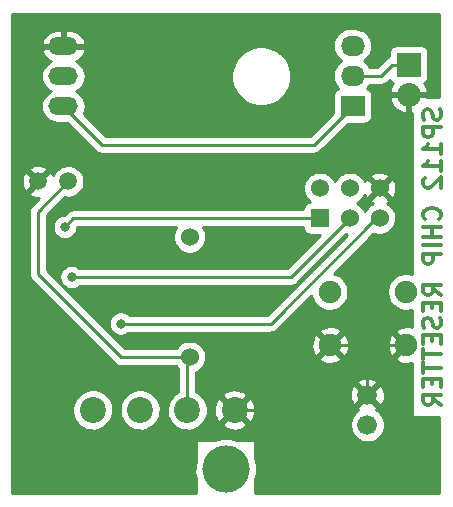
<source format=gbr>
G04 #@! TF.GenerationSoftware,KiCad,Pcbnew,(2017-09-19 revision dddaa7e69)-makepkg*
G04 #@! TF.CreationDate,2017-11-10T01:58:25+01:00*
G04 #@! TF.ProjectId,RICOH_SP112_TONER_CHIP_RESETTER,5249434F485F53503131325F544F4E45,1*
G04 #@! TF.SameCoordinates,Original*
G04 #@! TF.FileFunction,Copper,L2,Bot,Signal*
G04 #@! TF.FilePolarity,Positive*
%FSLAX46Y46*%
G04 Gerber Fmt 4.6, Leading zero omitted, Abs format (unit mm)*
G04 Created by KiCad (PCBNEW (2017-09-19 revision dddaa7e69)-makepkg) date 11/10/17 01:58:25*
%MOMM*%
%LPD*%
G01*
G04 APERTURE LIST*
%ADD10C,0.300000*%
%ADD11C,1.905000*%
%ADD12C,1.501140*%
%ADD13R,1.524000X1.524000*%
%ADD14C,1.524000*%
%ADD15C,1.676400*%
%ADD16R,2.032000X2.032000*%
%ADD17O,2.032000X2.032000*%
%ADD18R,2.032000X1.727200*%
%ADD19O,2.032000X1.727200*%
%ADD20O,2.499360X1.501140*%
%ADD21C,4.000000*%
%ADD22C,2.200000*%
%ADD23C,0.800000*%
%ADD24C,0.250000*%
%ADD25C,0.254000*%
%ADD26C,0.256000*%
G04 APERTURE END LIST*
D10*
X170407142Y-92300000D02*
X170478571Y-92514285D01*
X170478571Y-92871428D01*
X170407142Y-93014285D01*
X170335714Y-93085714D01*
X170192857Y-93157142D01*
X170050000Y-93157142D01*
X169907142Y-93085714D01*
X169835714Y-93014285D01*
X169764285Y-92871428D01*
X169692857Y-92585714D01*
X169621428Y-92442857D01*
X169550000Y-92371428D01*
X169407142Y-92300000D01*
X169264285Y-92300000D01*
X169121428Y-92371428D01*
X169050000Y-92442857D01*
X168978571Y-92585714D01*
X168978571Y-92942857D01*
X169050000Y-93157142D01*
X170478571Y-93800000D02*
X168978571Y-93800000D01*
X168978571Y-94371428D01*
X169050000Y-94514285D01*
X169121428Y-94585714D01*
X169264285Y-94657142D01*
X169478571Y-94657142D01*
X169621428Y-94585714D01*
X169692857Y-94514285D01*
X169764285Y-94371428D01*
X169764285Y-93800000D01*
X170478571Y-96085714D02*
X170478571Y-95228571D01*
X170478571Y-95657142D02*
X168978571Y-95657142D01*
X169192857Y-95514285D01*
X169335714Y-95371428D01*
X169407142Y-95228571D01*
X170478571Y-97514285D02*
X170478571Y-96657142D01*
X170478571Y-97085714D02*
X168978571Y-97085714D01*
X169192857Y-96942857D01*
X169335714Y-96800000D01*
X169407142Y-96657142D01*
X169121428Y-98085714D02*
X169050000Y-98157142D01*
X168978571Y-98300000D01*
X168978571Y-98657142D01*
X169050000Y-98800000D01*
X169121428Y-98871428D01*
X169264285Y-98942857D01*
X169407142Y-98942857D01*
X169621428Y-98871428D01*
X170478571Y-98014285D01*
X170478571Y-98942857D01*
X170335714Y-101585714D02*
X170407142Y-101514285D01*
X170478571Y-101300000D01*
X170478571Y-101157142D01*
X170407142Y-100942857D01*
X170264285Y-100800000D01*
X170121428Y-100728571D01*
X169835714Y-100657142D01*
X169621428Y-100657142D01*
X169335714Y-100728571D01*
X169192857Y-100800000D01*
X169050000Y-100942857D01*
X168978571Y-101157142D01*
X168978571Y-101300000D01*
X169050000Y-101514285D01*
X169121428Y-101585714D01*
X170478571Y-102228571D02*
X168978571Y-102228571D01*
X169692857Y-102228571D02*
X169692857Y-103085714D01*
X170478571Y-103085714D02*
X168978571Y-103085714D01*
X170478571Y-103800000D02*
X168978571Y-103800000D01*
X170478571Y-104514285D02*
X168978571Y-104514285D01*
X168978571Y-105085714D01*
X169050000Y-105228571D01*
X169121428Y-105300000D01*
X169264285Y-105371428D01*
X169478571Y-105371428D01*
X169621428Y-105300000D01*
X169692857Y-105228571D01*
X169764285Y-105085714D01*
X169764285Y-104514285D01*
X170478571Y-108014285D02*
X169764285Y-107514285D01*
X170478571Y-107157142D02*
X168978571Y-107157142D01*
X168978571Y-107728571D01*
X169050000Y-107871428D01*
X169121428Y-107942857D01*
X169264285Y-108014285D01*
X169478571Y-108014285D01*
X169621428Y-107942857D01*
X169692857Y-107871428D01*
X169764285Y-107728571D01*
X169764285Y-107157142D01*
X169692857Y-108657142D02*
X169692857Y-109157142D01*
X170478571Y-109371428D02*
X170478571Y-108657142D01*
X168978571Y-108657142D01*
X168978571Y-109371428D01*
X170407142Y-109942857D02*
X170478571Y-110157142D01*
X170478571Y-110514285D01*
X170407142Y-110657142D01*
X170335714Y-110728571D01*
X170192857Y-110800000D01*
X170050000Y-110800000D01*
X169907142Y-110728571D01*
X169835714Y-110657142D01*
X169764285Y-110514285D01*
X169692857Y-110228571D01*
X169621428Y-110085714D01*
X169550000Y-110014285D01*
X169407142Y-109942857D01*
X169264285Y-109942857D01*
X169121428Y-110014285D01*
X169050000Y-110085714D01*
X168978571Y-110228571D01*
X168978571Y-110585714D01*
X169050000Y-110800000D01*
X169692857Y-111442857D02*
X169692857Y-111942857D01*
X170478571Y-112157142D02*
X170478571Y-111442857D01*
X168978571Y-111442857D01*
X168978571Y-112157142D01*
X168978571Y-112585714D02*
X168978571Y-113442857D01*
X170478571Y-113014285D02*
X168978571Y-113014285D01*
X168978571Y-113728571D02*
X168978571Y-114585714D01*
X170478571Y-114157142D02*
X168978571Y-114157142D01*
X169692857Y-115085714D02*
X169692857Y-115585714D01*
X170478571Y-115800000D02*
X170478571Y-115085714D01*
X168978571Y-115085714D01*
X168978571Y-115800000D01*
X170478571Y-117300000D02*
X169764285Y-116800000D01*
X170478571Y-116442857D02*
X168978571Y-116442857D01*
X168978571Y-117014285D01*
X169050000Y-117157142D01*
X169121428Y-117228571D01*
X169264285Y-117300000D01*
X169478571Y-117300000D01*
X169621428Y-117228571D01*
X169692857Y-117157142D01*
X169764285Y-117014285D01*
X169764285Y-116442857D01*
D11*
X167498660Y-107752100D03*
X161052140Y-107752100D03*
X167549460Y-112247900D03*
X161100400Y-112247900D03*
D12*
X136360000Y-98400000D03*
X138900000Y-98400000D03*
D13*
X160210000Y-101520000D03*
D14*
X160210000Y-98980000D03*
X162750000Y-101520000D03*
X162750000Y-98980000D03*
X165290000Y-101520000D03*
X165290000Y-98980000D03*
D15*
X164250000Y-119020000D03*
X164250000Y-116480000D03*
D14*
X149200000Y-113280000D03*
X149200000Y-103120000D03*
D16*
X167750000Y-88500000D03*
D17*
X167750000Y-91040000D03*
D18*
X163000000Y-92000000D03*
D19*
X163000000Y-89460000D03*
X163000000Y-86920000D03*
D20*
X138500000Y-89500000D03*
X138500000Y-86960000D03*
X138500000Y-92040000D03*
D21*
X152250000Y-122750000D03*
D22*
X141000000Y-117750000D03*
X145000000Y-117750000D03*
X149000000Y-117750000D03*
X153000000Y-117750000D03*
D23*
X138633800Y-102250500D03*
X139200000Y-106500000D03*
X143369000Y-110433400D03*
D24*
X135400000Y-88560320D02*
X135400000Y-97440000D01*
X135400000Y-97440000D02*
X136360000Y-98400000D01*
X138500000Y-86960000D02*
X137000320Y-86960000D01*
X137000320Y-86960000D02*
X135400000Y-88560320D01*
D25*
X165900000Y-112247900D02*
X165900000Y-103668800D01*
X166700000Y-100390000D02*
X165290000Y-98980000D01*
X166700000Y-100390000D02*
X166700000Y-102868800D01*
X165900000Y-103668800D02*
X166700000Y-102868800D01*
X167750000Y-91040000D02*
X167750000Y-96520000D01*
X167750000Y-96520000D02*
X165290000Y-98980000D01*
X166097100Y-112247900D02*
X167549500Y-112247900D01*
X155598300Y-117750000D02*
X161100400Y-112247900D01*
X153000000Y-117750000D02*
X155598300Y-117750000D01*
X164250000Y-112247900D02*
X164250000Y-116480000D01*
X161100400Y-112247900D02*
X164250000Y-112247900D01*
X164250000Y-112247900D02*
X165900000Y-112247900D01*
X165900000Y-112247900D02*
X166097100Y-112247900D01*
D24*
X136350000Y-106250000D02*
X136350000Y-100950000D01*
X136350000Y-100950000D02*
X138900000Y-98400000D01*
D25*
X136350000Y-106250000D02*
X143380000Y-113280000D01*
X143380000Y-113280000D02*
X149000000Y-113280000D01*
X138500000Y-89500000D02*
X138500000Y-89624600D01*
X149000000Y-117750000D02*
X149000000Y-113280000D01*
X149000000Y-113280000D02*
X149200000Y-113280000D01*
X138500000Y-92040000D02*
X141760000Y-95300000D01*
X159700000Y-95300000D02*
X163000000Y-92000000D01*
X141760000Y-95300000D02*
X159700000Y-95300000D01*
X160210000Y-101520000D02*
X159066700Y-101520000D01*
X139364300Y-101520000D02*
X138633800Y-102250500D01*
X159066700Y-101520000D02*
X139364300Y-101520000D01*
X157770000Y-106500000D02*
X139828617Y-106500000D01*
X162750000Y-101520000D02*
X157770000Y-106500000D01*
X139828617Y-106500000D02*
X139200000Y-106500000D01*
X143369000Y-110433400D02*
X156066600Y-110433400D01*
X156066600Y-110433400D02*
X165135000Y-101365000D01*
X165392700Y-89460000D02*
X166352700Y-88500000D01*
X163000000Y-89460000D02*
X165392700Y-89460000D01*
X167750000Y-88500000D02*
X166352700Y-88500000D01*
D26*
G36*
X170314000Y-91228285D02*
X169266740Y-91228285D01*
X169237674Y-91166000D01*
X167876000Y-91166000D01*
X167876000Y-92528192D01*
X168009000Y-92589991D01*
X168009000Y-106243413D01*
X167970665Y-106227298D01*
X167665507Y-106164658D01*
X167353994Y-106162483D01*
X167047991Y-106220856D01*
X166759153Y-106337554D01*
X166498484Y-106508132D01*
X166275911Y-106726091D01*
X166099912Y-106983132D01*
X165977190Y-107269461D01*
X165912422Y-107574175D01*
X165908072Y-107885665D01*
X165964308Y-108192068D01*
X166078986Y-108481713D01*
X166247739Y-108743567D01*
X166464140Y-108967657D01*
X166719945Y-109145446D01*
X167005411Y-109270163D01*
X167309665Y-109337058D01*
X167621118Y-109343582D01*
X167927906Y-109289487D01*
X168009000Y-109258033D01*
X168009000Y-110726093D01*
X167798401Y-110671246D01*
X167486028Y-110652975D01*
X167176092Y-110695996D01*
X166880505Y-110798656D01*
X166716109Y-110886527D01*
X166626225Y-111146474D01*
X167549460Y-112069709D01*
X167563602Y-112055567D01*
X167741793Y-112233758D01*
X167727651Y-112247900D01*
X167741793Y-112262042D01*
X167563602Y-112440233D01*
X167549460Y-112426091D01*
X166626225Y-113349326D01*
X166716109Y-113609273D01*
X166997712Y-113745693D01*
X167300519Y-113824554D01*
X167612892Y-113842825D01*
X167922828Y-113799804D01*
X168009000Y-113769876D01*
X168009000Y-118371714D01*
X170314000Y-118371714D01*
X170314000Y-124814000D01*
X154728000Y-124814000D01*
X154728000Y-123665450D01*
X154763339Y-123586077D01*
X154877868Y-123081977D01*
X154886113Y-122491527D01*
X154785704Y-121984426D01*
X154728000Y-121844426D01*
X154728000Y-120400000D01*
X154718257Y-120351017D01*
X154690510Y-120309490D01*
X154648983Y-120281743D01*
X154600000Y-120272000D01*
X153157668Y-120272000D01*
X153033258Y-120219703D01*
X152526870Y-120115756D01*
X152009937Y-120112147D01*
X151502147Y-120209013D01*
X151346249Y-120272000D01*
X149900000Y-120272000D01*
X149851017Y-120281743D01*
X149809490Y-120309490D01*
X149781743Y-120351017D01*
X149772000Y-120400000D01*
X149772000Y-121839979D01*
X149725232Y-121949097D01*
X149617753Y-122454746D01*
X149610536Y-122971642D01*
X149703854Y-123480096D01*
X149772000Y-123652213D01*
X149772000Y-124814000D01*
X134186000Y-124814000D01*
X134186000Y-117895968D01*
X139261718Y-117895968D01*
X139323175Y-118230822D01*
X139448502Y-118547362D01*
X139632925Y-118833530D01*
X139869420Y-119078427D01*
X140148978Y-119272725D01*
X140460951Y-119409023D01*
X140793456Y-119482129D01*
X141133829Y-119489259D01*
X141469104Y-119430141D01*
X141786511Y-119307027D01*
X142073960Y-119124606D01*
X142320502Y-118889827D01*
X142516747Y-118611632D01*
X142655219Y-118300618D01*
X142730645Y-117968631D01*
X142731659Y-117895968D01*
X143261718Y-117895968D01*
X143323175Y-118230822D01*
X143448502Y-118547362D01*
X143632925Y-118833530D01*
X143869420Y-119078427D01*
X144148978Y-119272725D01*
X144460951Y-119409023D01*
X144793456Y-119482129D01*
X145133829Y-119489259D01*
X145469104Y-119430141D01*
X145786511Y-119307027D01*
X146073960Y-119124606D01*
X146320502Y-118889827D01*
X146516747Y-118611632D01*
X146655219Y-118300618D01*
X146730645Y-117968631D01*
X146736075Y-117579776D01*
X146669948Y-117245813D01*
X146540214Y-116931054D01*
X146351813Y-116647488D01*
X146111922Y-116405917D01*
X145829679Y-116215541D01*
X145515833Y-116083612D01*
X145182339Y-116015156D01*
X144841901Y-116012779D01*
X144507484Y-116076573D01*
X144191826Y-116204106D01*
X143906952Y-116390523D01*
X143663712Y-116628721D01*
X143471371Y-116909629D01*
X143337254Y-117222546D01*
X143266471Y-117555554D01*
X143261718Y-117895968D01*
X142731659Y-117895968D01*
X142736075Y-117579776D01*
X142669948Y-117245813D01*
X142540214Y-116931054D01*
X142351813Y-116647488D01*
X142111922Y-116405917D01*
X141829679Y-116215541D01*
X141515833Y-116083612D01*
X141182339Y-116015156D01*
X140841901Y-116012779D01*
X140507484Y-116076573D01*
X140191826Y-116204106D01*
X139906952Y-116390523D01*
X139663712Y-116628721D01*
X139471371Y-116909629D01*
X139337254Y-117222546D01*
X139266471Y-117555554D01*
X139261718Y-117895968D01*
X134186000Y-117895968D01*
X134186000Y-99357303D01*
X135580888Y-99357303D01*
X135646343Y-99596629D01*
X135893507Y-99712863D01*
X136158597Y-99778645D01*
X136431427Y-99791447D01*
X136432498Y-99791286D01*
X135811892Y-100411892D01*
X135767291Y-100466189D01*
X135722089Y-100520060D01*
X135720161Y-100523566D01*
X135717621Y-100526659D01*
X135684381Y-100588651D01*
X135650538Y-100650210D01*
X135649329Y-100654020D01*
X135647436Y-100657551D01*
X135626872Y-100724816D01*
X135605630Y-100791779D01*
X135605184Y-100795756D01*
X135604014Y-100799583D01*
X135596913Y-100869486D01*
X135589074Y-100939375D01*
X135589019Y-100947201D01*
X135589005Y-100947344D01*
X135589018Y-100947477D01*
X135589000Y-100950000D01*
X135589000Y-106223986D01*
X135587042Y-106242010D01*
X135600020Y-106390355D01*
X135641565Y-106533353D01*
X135710094Y-106665560D01*
X135802997Y-106781937D01*
X135810478Y-106789522D01*
X142840477Y-113819522D01*
X142894923Y-113864245D01*
X142948930Y-113909562D01*
X142952447Y-113911496D01*
X142955546Y-113914041D01*
X143017684Y-113947359D01*
X143079422Y-113981300D01*
X143083242Y-113982512D01*
X143086782Y-113984410D01*
X143154213Y-114005025D01*
X143221363Y-114026327D01*
X143225351Y-114026774D01*
X143229187Y-114027947D01*
X143299259Y-114035064D01*
X143369347Y-114042926D01*
X143377194Y-114042981D01*
X143377337Y-114042995D01*
X143377470Y-114042982D01*
X143380000Y-114043000D01*
X148028485Y-114043000D01*
X148099096Y-114152566D01*
X148237000Y-114295371D01*
X148237000Y-116185855D01*
X148191826Y-116204106D01*
X147906952Y-116390523D01*
X147663712Y-116628721D01*
X147471371Y-116909629D01*
X147337254Y-117222546D01*
X147266471Y-117555554D01*
X147261718Y-117895968D01*
X147323175Y-118230822D01*
X147448502Y-118547362D01*
X147632925Y-118833530D01*
X147869420Y-119078427D01*
X148148978Y-119272725D01*
X148460951Y-119409023D01*
X148793456Y-119482129D01*
X149133829Y-119489259D01*
X149469104Y-119430141D01*
X149786511Y-119307027D01*
X150073960Y-119124606D01*
X150250387Y-118956596D01*
X151971595Y-118956596D01*
X152079282Y-119231623D01*
X152386023Y-119382777D01*
X152716360Y-119471185D01*
X153057597Y-119493448D01*
X153396620Y-119448712D01*
X153720401Y-119338694D01*
X153920718Y-119231623D01*
X153955044Y-119143955D01*
X162773862Y-119143955D01*
X162826051Y-119428311D01*
X162932478Y-119697114D01*
X163089089Y-119940127D01*
X163289919Y-120148092D01*
X163527317Y-120313088D01*
X163792243Y-120428831D01*
X164074604Y-120490913D01*
X164363646Y-120496967D01*
X164648360Y-120446764D01*
X164917900Y-120342217D01*
X165162000Y-120187306D01*
X165371362Y-119987934D01*
X165538012Y-119751692D01*
X165655601Y-119487581D01*
X165719652Y-119205660D01*
X165724263Y-118875447D01*
X165668109Y-118591848D01*
X165557939Y-118324556D01*
X165397951Y-118083754D01*
X165194237Y-117878613D01*
X165007352Y-117752558D01*
X165015614Y-117748142D01*
X165091681Y-117499871D01*
X164250000Y-116658191D01*
X163408319Y-117499871D01*
X163484386Y-117748142D01*
X163494109Y-117752779D01*
X163321791Y-117865541D01*
X163115233Y-118067818D01*
X162951898Y-118306362D01*
X162838007Y-118572090D01*
X162777899Y-118854877D01*
X162773862Y-119143955D01*
X153955044Y-119143955D01*
X154028405Y-118956596D01*
X153000000Y-117928191D01*
X151971595Y-118956596D01*
X150250387Y-118956596D01*
X150320502Y-118889827D01*
X150516747Y-118611632D01*
X150655219Y-118300618D01*
X150730645Y-117968631D01*
X150732893Y-117807597D01*
X151256552Y-117807597D01*
X151301288Y-118146620D01*
X151411306Y-118470401D01*
X151518377Y-118670718D01*
X151793404Y-118778405D01*
X152821809Y-117750000D01*
X153178191Y-117750000D01*
X154206596Y-118778405D01*
X154481623Y-118670718D01*
X154632777Y-118363977D01*
X154721185Y-118033640D01*
X154743448Y-117692403D01*
X154698712Y-117353380D01*
X154588694Y-117029599D01*
X154481623Y-116829282D01*
X154206596Y-116721595D01*
X153178191Y-117750000D01*
X152821809Y-117750000D01*
X151793404Y-116721595D01*
X151518377Y-116829282D01*
X151367223Y-117136023D01*
X151278815Y-117466360D01*
X151256552Y-117807597D01*
X150732893Y-117807597D01*
X150736075Y-117579776D01*
X150669948Y-117245813D01*
X150540214Y-116931054D01*
X150351813Y-116647488D01*
X150248453Y-116543404D01*
X151971595Y-116543404D01*
X153000000Y-117571809D01*
X154023852Y-116547957D01*
X162770226Y-116547957D01*
X162811917Y-116835341D01*
X162908873Y-117109069D01*
X162981858Y-117245614D01*
X163230129Y-117321681D01*
X164071809Y-116480000D01*
X164428191Y-116480000D01*
X165269871Y-117321681D01*
X165518142Y-117245614D01*
X165643139Y-116983501D01*
X165714598Y-116702038D01*
X165729774Y-116412043D01*
X165688083Y-116124659D01*
X165591127Y-115850931D01*
X165518142Y-115714386D01*
X165269871Y-115638319D01*
X164428191Y-116480000D01*
X164071809Y-116480000D01*
X163230129Y-115638319D01*
X162981858Y-115714386D01*
X162856861Y-115976499D01*
X162785402Y-116257962D01*
X162770226Y-116547957D01*
X154023852Y-116547957D01*
X154028405Y-116543404D01*
X153920718Y-116268377D01*
X153613977Y-116117223D01*
X153283640Y-116028815D01*
X152942403Y-116006552D01*
X152603380Y-116051288D01*
X152279599Y-116161306D01*
X152079282Y-116268377D01*
X151971595Y-116543404D01*
X150248453Y-116543404D01*
X150111922Y-116405917D01*
X149829679Y-116215541D01*
X149763000Y-116187512D01*
X149763000Y-115460129D01*
X163408319Y-115460129D01*
X164250000Y-116301809D01*
X165091681Y-115460129D01*
X165015614Y-115211858D01*
X164753501Y-115086861D01*
X164472038Y-115015402D01*
X164182043Y-115000226D01*
X163894659Y-115041917D01*
X163620931Y-115138873D01*
X163484386Y-115211858D01*
X163408319Y-115460129D01*
X149763000Y-115460129D01*
X149763000Y-114561169D01*
X149833377Y-114533872D01*
X150064859Y-114386969D01*
X150263399Y-114197902D01*
X150421435Y-113973872D01*
X150532947Y-113723412D01*
X150593687Y-113456064D01*
X150595177Y-113349326D01*
X160177165Y-113349326D01*
X160267049Y-113609273D01*
X160548652Y-113745693D01*
X160851459Y-113824554D01*
X161163832Y-113842825D01*
X161473768Y-113799804D01*
X161769355Y-113697144D01*
X161933751Y-113609273D01*
X162023635Y-113349326D01*
X161100400Y-112426091D01*
X160177165Y-113349326D01*
X150595177Y-113349326D01*
X150598060Y-113142919D01*
X150544808Y-112873979D01*
X150440333Y-112620503D01*
X150288614Y-112392148D01*
X150208361Y-112311332D01*
X159505475Y-112311332D01*
X159548496Y-112621268D01*
X159651156Y-112916855D01*
X159739027Y-113081251D01*
X159998974Y-113171135D01*
X160922209Y-112247900D01*
X161278591Y-112247900D01*
X162201826Y-113171135D01*
X162461773Y-113081251D01*
X162598193Y-112799648D01*
X162677054Y-112496841D01*
X162687904Y-112311332D01*
X165954535Y-112311332D01*
X165997556Y-112621268D01*
X166100216Y-112916855D01*
X166188087Y-113081251D01*
X166448034Y-113171135D01*
X167371269Y-112247900D01*
X166448034Y-111324665D01*
X166188087Y-111414549D01*
X166051667Y-111696152D01*
X165972806Y-111998959D01*
X165954535Y-112311332D01*
X162687904Y-112311332D01*
X162695325Y-112184468D01*
X162652304Y-111874532D01*
X162549644Y-111578945D01*
X162461773Y-111414549D01*
X162201826Y-111324665D01*
X161278591Y-112247900D01*
X160922209Y-112247900D01*
X159998974Y-111324665D01*
X159739027Y-111414549D01*
X159602607Y-111696152D01*
X159523746Y-111998959D01*
X159505475Y-112311332D01*
X150208361Y-112311332D01*
X150095430Y-112197611D01*
X149868140Y-112044301D01*
X149615400Y-111938059D01*
X149346838Y-111882931D01*
X149072683Y-111881017D01*
X148803377Y-111932390D01*
X148549178Y-112035093D01*
X148319770Y-112185214D01*
X148123888Y-112377035D01*
X148028052Y-112517000D01*
X143696045Y-112517000D01*
X137111000Y-105931956D01*
X137111000Y-102337610D01*
X137596438Y-102337610D01*
X137633114Y-102537442D01*
X137707906Y-102726345D01*
X137817965Y-102897123D01*
X137959099Y-103043271D01*
X138125932Y-103159223D01*
X138312109Y-103240562D01*
X138510540Y-103284190D01*
X138713666Y-103288445D01*
X138913749Y-103253165D01*
X139103169Y-103179693D01*
X139274712Y-103070829D01*
X139421842Y-102930719D01*
X139538956Y-102764700D01*
X139621592Y-102579095D01*
X139666604Y-102380974D01*
X139667797Y-102295547D01*
X139680344Y-102283000D01*
X148078721Y-102283000D01*
X147968996Y-102443250D01*
X147860992Y-102695242D01*
X147803991Y-102963412D01*
X147800163Y-103237548D01*
X147849654Y-103507205D01*
X147950580Y-103762115D01*
X148099096Y-103992566D01*
X148289544Y-104189782D01*
X148514672Y-104346250D01*
X148765904Y-104456010D01*
X149033670Y-104514882D01*
X149307772Y-104520624D01*
X149577769Y-104473016D01*
X149833377Y-104373872D01*
X150064859Y-104226969D01*
X150263399Y-104037902D01*
X150421435Y-103813872D01*
X150532947Y-103563412D01*
X150593687Y-103296064D01*
X150598060Y-102982919D01*
X150544808Y-102713979D01*
X150440333Y-102460503D01*
X150322400Y-102283000D01*
X158809021Y-102283000D01*
X158821203Y-102406678D01*
X158857570Y-102526564D01*
X158916627Y-102637052D01*
X158996104Y-102733896D01*
X159092948Y-102813373D01*
X159203436Y-102872430D01*
X159323322Y-102908797D01*
X159448000Y-102921077D01*
X160269878Y-102921077D01*
X157453956Y-105737000D01*
X139902409Y-105737000D01*
X139863567Y-105697886D01*
X139695131Y-105584274D01*
X139507836Y-105505543D01*
X139308815Y-105464690D01*
X139105650Y-105463271D01*
X138906079Y-105501342D01*
X138717703Y-105577451D01*
X138547697Y-105688699D01*
X138402538Y-105830850D01*
X138287753Y-105998488D01*
X138207716Y-106185229D01*
X138165475Y-106383959D01*
X138162638Y-106587110D01*
X138199314Y-106786942D01*
X138274106Y-106975845D01*
X138384165Y-107146623D01*
X138525299Y-107292771D01*
X138692132Y-107408723D01*
X138878309Y-107490062D01*
X139076740Y-107533690D01*
X139279866Y-107537945D01*
X139479949Y-107502665D01*
X139669369Y-107429193D01*
X139840912Y-107320329D01*
X139901113Y-107263000D01*
X157770000Y-107263000D01*
X157840144Y-107256122D01*
X157910355Y-107249980D01*
X157914208Y-107248860D01*
X157918201Y-107248469D01*
X157985684Y-107228095D01*
X158053353Y-107208435D01*
X158056914Y-107206589D01*
X158060757Y-107205429D01*
X158122994Y-107172337D01*
X158185560Y-107139906D01*
X158188697Y-107137402D01*
X158192238Y-107135519D01*
X158246828Y-107090996D01*
X158301937Y-107047003D01*
X158307520Y-107041497D01*
X158307636Y-107041402D01*
X158307725Y-107041294D01*
X158309522Y-107039522D01*
X162461109Y-102887935D01*
X162520059Y-102900896D01*
X155750556Y-109670400D01*
X144071409Y-109670400D01*
X144032567Y-109631286D01*
X143864131Y-109517674D01*
X143676836Y-109438943D01*
X143477815Y-109398090D01*
X143274650Y-109396671D01*
X143075079Y-109434742D01*
X142886703Y-109510851D01*
X142716697Y-109622099D01*
X142571538Y-109764250D01*
X142456753Y-109931888D01*
X142376716Y-110118629D01*
X142334475Y-110317359D01*
X142331638Y-110520510D01*
X142368314Y-110720342D01*
X142443106Y-110909245D01*
X142553165Y-111080023D01*
X142694299Y-111226171D01*
X142861132Y-111342123D01*
X143047309Y-111423462D01*
X143245740Y-111467090D01*
X143448866Y-111471345D01*
X143648949Y-111436065D01*
X143838369Y-111362593D01*
X144009912Y-111253729D01*
X144070113Y-111196400D01*
X156066600Y-111196400D01*
X156136744Y-111189522D01*
X156206955Y-111183380D01*
X156210808Y-111182260D01*
X156214801Y-111181869D01*
X156282284Y-111161495D01*
X156333985Y-111146474D01*
X160177165Y-111146474D01*
X161100400Y-112069709D01*
X162023635Y-111146474D01*
X161933751Y-110886527D01*
X161652148Y-110750107D01*
X161349341Y-110671246D01*
X161036968Y-110652975D01*
X160727032Y-110695996D01*
X160431445Y-110798656D01*
X160267049Y-110886527D01*
X160177165Y-111146474D01*
X156333985Y-111146474D01*
X156349953Y-111141835D01*
X156353514Y-111139989D01*
X156357357Y-111138829D01*
X156419594Y-111105737D01*
X156482160Y-111073306D01*
X156485297Y-111070802D01*
X156488838Y-111068919D01*
X156543428Y-111024396D01*
X156598537Y-110980403D01*
X156604120Y-110974897D01*
X156604236Y-110974802D01*
X156604325Y-110974694D01*
X156606122Y-110972922D01*
X159497502Y-108081542D01*
X159517788Y-108192068D01*
X159632466Y-108481713D01*
X159801219Y-108743567D01*
X160017620Y-108967657D01*
X160273425Y-109145446D01*
X160558891Y-109270163D01*
X160863145Y-109337058D01*
X161174598Y-109343582D01*
X161481386Y-109289487D01*
X161771824Y-109176833D01*
X162034850Y-109009912D01*
X162260445Y-108795081D01*
X162440016Y-108540523D01*
X162566723Y-108255935D01*
X162635740Y-107952155D01*
X162640708Y-107596340D01*
X162580200Y-107290751D01*
X162461489Y-107002736D01*
X162289096Y-106743264D01*
X162069587Y-106522218D01*
X161811325Y-106348017D01*
X161524145Y-106227298D01*
X161381108Y-106197937D01*
X164763434Y-102815611D01*
X164855904Y-102856010D01*
X165123670Y-102914882D01*
X165397772Y-102920624D01*
X165667769Y-102873016D01*
X165923377Y-102773872D01*
X166154859Y-102626969D01*
X166353399Y-102437902D01*
X166511435Y-102213872D01*
X166622947Y-101963412D01*
X166683687Y-101696064D01*
X166688060Y-101382919D01*
X166634808Y-101113979D01*
X166530333Y-100860503D01*
X166378614Y-100632148D01*
X166185430Y-100437611D01*
X165958140Y-100284301D01*
X165882618Y-100252555D01*
X165892466Y-100249015D01*
X166010435Y-100185959D01*
X166077276Y-99945467D01*
X165290000Y-99158191D01*
X164502724Y-99945467D01*
X164569565Y-100185959D01*
X164703544Y-100249087D01*
X164639178Y-100275093D01*
X164409770Y-100425214D01*
X164213888Y-100617035D01*
X164058996Y-100843250D01*
X164020368Y-100933375D01*
X163990333Y-100860503D01*
X163838614Y-100632148D01*
X163645430Y-100437611D01*
X163418140Y-100284301D01*
X163339063Y-100251060D01*
X163383377Y-100233872D01*
X163614859Y-100086969D01*
X163813399Y-99897902D01*
X163971435Y-99673872D01*
X164017030Y-99571464D01*
X164020985Y-99582466D01*
X164084041Y-99700435D01*
X164324533Y-99767276D01*
X165111809Y-98980000D01*
X165468191Y-98980000D01*
X166255467Y-99767276D01*
X166495959Y-99700435D01*
X166613337Y-99451321D01*
X166679859Y-99184095D01*
X166692971Y-98909025D01*
X166652166Y-98636683D01*
X166559015Y-98377534D01*
X166495959Y-98259565D01*
X166255467Y-98192724D01*
X165468191Y-98980000D01*
X165111809Y-98980000D01*
X164324533Y-98192724D01*
X164084041Y-98259565D01*
X164020660Y-98394081D01*
X163990333Y-98320503D01*
X163838614Y-98092148D01*
X163761539Y-98014533D01*
X164502724Y-98014533D01*
X165290000Y-98801809D01*
X166077276Y-98014533D01*
X166010435Y-97774041D01*
X165761321Y-97656663D01*
X165494095Y-97590141D01*
X165219025Y-97577029D01*
X164946683Y-97617834D01*
X164687534Y-97710985D01*
X164569565Y-97774041D01*
X164502724Y-98014533D01*
X163761539Y-98014533D01*
X163645430Y-97897611D01*
X163418140Y-97744301D01*
X163165400Y-97638059D01*
X162896838Y-97582931D01*
X162622683Y-97581017D01*
X162353377Y-97632390D01*
X162099178Y-97735093D01*
X161869770Y-97885214D01*
X161673888Y-98077035D01*
X161518996Y-98303250D01*
X161480368Y-98393375D01*
X161450333Y-98320503D01*
X161298614Y-98092148D01*
X161105430Y-97897611D01*
X160878140Y-97744301D01*
X160625400Y-97638059D01*
X160356838Y-97582931D01*
X160082683Y-97581017D01*
X159813377Y-97632390D01*
X159559178Y-97735093D01*
X159329770Y-97885214D01*
X159133888Y-98077035D01*
X158978996Y-98303250D01*
X158870992Y-98555242D01*
X158813991Y-98823412D01*
X158810163Y-99097548D01*
X158859654Y-99367205D01*
X158960580Y-99622115D01*
X159109096Y-99852566D01*
X159299544Y-100049782D01*
X159405104Y-100123148D01*
X159323322Y-100131203D01*
X159203436Y-100167570D01*
X159092948Y-100226627D01*
X158996104Y-100306104D01*
X158916627Y-100402948D01*
X158857570Y-100513436D01*
X158821203Y-100633322D01*
X158809021Y-100757000D01*
X139364300Y-100757000D01*
X139294156Y-100763878D01*
X139223945Y-100770020D01*
X139220092Y-100771140D01*
X139216099Y-100771531D01*
X139148616Y-100791905D01*
X139080947Y-100811565D01*
X139077386Y-100813411D01*
X139073543Y-100814571D01*
X139011306Y-100847663D01*
X138948740Y-100880094D01*
X138945603Y-100882598D01*
X138942062Y-100884481D01*
X138887472Y-100929004D01*
X138832363Y-100972997D01*
X138826780Y-100978503D01*
X138826664Y-100978598D01*
X138826575Y-100978706D01*
X138824778Y-100980478D01*
X138591124Y-101214132D01*
X138539450Y-101213771D01*
X138339879Y-101251842D01*
X138151503Y-101327951D01*
X137981497Y-101439199D01*
X137836338Y-101581350D01*
X137721553Y-101748988D01*
X137641516Y-101935729D01*
X137599275Y-102134459D01*
X137596438Y-102337610D01*
X137111000Y-102337610D01*
X137111000Y-101265216D01*
X138618385Y-99757832D01*
X138735030Y-99783478D01*
X139006891Y-99789173D01*
X139274680Y-99741954D01*
X139528198Y-99643621D01*
X139757788Y-99497919D01*
X139954705Y-99310397D01*
X140111449Y-99088199D01*
X140222049Y-98839787D01*
X140282293Y-98574624D01*
X140286629Y-98264040D01*
X140233813Y-97997298D01*
X140130192Y-97745895D01*
X139979714Y-97519407D01*
X139788109Y-97326460D01*
X139562677Y-97174404D01*
X139312004Y-97069031D01*
X139045637Y-97014354D01*
X138773724Y-97012455D01*
X138506620Y-97063408D01*
X138254499Y-97165271D01*
X138026966Y-97314165D01*
X137832686Y-97504418D01*
X137679060Y-97728783D01*
X137631753Y-97839158D01*
X137618195Y-97801527D01*
X137556629Y-97686343D01*
X137317303Y-97620888D01*
X136538191Y-98400000D01*
X136552333Y-98414142D01*
X136374142Y-98592333D01*
X136360000Y-98578191D01*
X135580888Y-99357303D01*
X134186000Y-99357303D01*
X134186000Y-98471427D01*
X134968553Y-98471427D01*
X135009225Y-98741512D01*
X135101805Y-98998473D01*
X135163371Y-99113657D01*
X135402697Y-99179112D01*
X136181809Y-98400000D01*
X135402697Y-97620888D01*
X135163371Y-97686343D01*
X135047137Y-97933507D01*
X134981355Y-98198597D01*
X134968553Y-98471427D01*
X134186000Y-98471427D01*
X134186000Y-97442697D01*
X135580888Y-97442697D01*
X136360000Y-98221809D01*
X137139112Y-97442697D01*
X137073657Y-97203371D01*
X136826493Y-97087137D01*
X136561403Y-97021355D01*
X136288573Y-97008553D01*
X136018488Y-97049225D01*
X135761527Y-97141805D01*
X135646343Y-97203371D01*
X135580888Y-97442697D01*
X134186000Y-97442697D01*
X134186000Y-89490320D01*
X136605230Y-89490320D01*
X136629756Y-89759817D01*
X136706161Y-90019418D01*
X136831534Y-90259235D01*
X137001100Y-90470132D01*
X137208400Y-90644078D01*
X137439154Y-90770936D01*
X137224450Y-90885096D01*
X137014741Y-91056131D01*
X136842247Y-91264640D01*
X136713538Y-91502683D01*
X136633516Y-91761191D01*
X136605230Y-92030320D01*
X136629756Y-92299817D01*
X136706161Y-92559418D01*
X136831534Y-92799235D01*
X137001100Y-93010132D01*
X137208400Y-93184078D01*
X137445538Y-93314445D01*
X137703482Y-93396270D01*
X137972406Y-93426435D01*
X137991766Y-93426570D01*
X138807526Y-93426570D01*
X141220477Y-95839522D01*
X141274923Y-95884245D01*
X141328930Y-95929562D01*
X141332447Y-95931496D01*
X141335546Y-95934041D01*
X141397684Y-95967359D01*
X141459422Y-96001300D01*
X141463242Y-96002512D01*
X141466782Y-96004410D01*
X141534213Y-96025025D01*
X141601363Y-96046327D01*
X141605351Y-96046774D01*
X141609187Y-96047947D01*
X141679259Y-96055064D01*
X141749347Y-96062926D01*
X141757194Y-96062981D01*
X141757337Y-96062995D01*
X141757470Y-96062982D01*
X141760000Y-96063000D01*
X159700000Y-96063000D01*
X159770144Y-96056122D01*
X159840355Y-96049980D01*
X159844208Y-96048860D01*
X159848201Y-96048469D01*
X159915684Y-96028095D01*
X159983353Y-96008435D01*
X159986914Y-96006589D01*
X159990757Y-96005429D01*
X160052994Y-95972337D01*
X160115560Y-95939906D01*
X160118697Y-95937402D01*
X160122238Y-95935519D01*
X160176828Y-95890996D01*
X160231937Y-95847003D01*
X160237520Y-95841497D01*
X160237636Y-95841402D01*
X160237725Y-95841294D01*
X160239522Y-95839522D01*
X162576368Y-93502677D01*
X164016000Y-93502677D01*
X164140678Y-93490397D01*
X164260564Y-93454030D01*
X164371052Y-93394973D01*
X164467896Y-93315496D01*
X164547373Y-93218652D01*
X164606430Y-93108164D01*
X164642797Y-92988278D01*
X164655077Y-92863600D01*
X164655077Y-91422126D01*
X166142802Y-91422126D01*
X166201362Y-91615188D01*
X166343332Y-91906260D01*
X166539360Y-92164042D01*
X166781912Y-92378628D01*
X167061667Y-92541771D01*
X167367874Y-92647202D01*
X167624000Y-92528192D01*
X167624000Y-91166000D01*
X166262326Y-91166000D01*
X166142802Y-91422126D01*
X164655077Y-91422126D01*
X164655077Y-91136400D01*
X164642797Y-91011722D01*
X164606430Y-90891836D01*
X164547373Y-90781348D01*
X164467896Y-90684504D01*
X164371052Y-90605027D01*
X164260564Y-90545970D01*
X164209285Y-90530415D01*
X164217062Y-90524072D01*
X164403618Y-90298566D01*
X164444476Y-90223000D01*
X165392700Y-90223000D01*
X165462844Y-90216122D01*
X165533055Y-90209980D01*
X165536908Y-90208860D01*
X165540901Y-90208469D01*
X165608384Y-90188095D01*
X165676053Y-90168435D01*
X165679614Y-90166589D01*
X165683457Y-90165429D01*
X165745694Y-90132337D01*
X165808260Y-90099906D01*
X165811397Y-90097402D01*
X165814938Y-90095519D01*
X165869528Y-90050996D01*
X165924637Y-90007003D01*
X165930220Y-90001497D01*
X165930336Y-90001402D01*
X165930425Y-90001294D01*
X165932222Y-89999522D01*
X166153187Y-89778557D01*
X166202627Y-89871052D01*
X166282104Y-89967896D01*
X166378948Y-90047373D01*
X166421949Y-90070357D01*
X166343332Y-90173740D01*
X166201362Y-90464812D01*
X166142802Y-90657874D01*
X166262326Y-90914000D01*
X167624000Y-90914000D01*
X167624000Y-90894000D01*
X167876000Y-90894000D01*
X167876000Y-90914000D01*
X169237674Y-90914000D01*
X169357198Y-90657874D01*
X169298638Y-90464812D01*
X169156668Y-90173740D01*
X169078051Y-90070357D01*
X169121052Y-90047373D01*
X169217896Y-89967896D01*
X169297373Y-89871052D01*
X169356430Y-89760564D01*
X169392797Y-89640678D01*
X169405077Y-89516000D01*
X169405077Y-87484000D01*
X169392797Y-87359322D01*
X169356430Y-87239436D01*
X169297373Y-87128948D01*
X169217896Y-87032104D01*
X169121052Y-86952627D01*
X169010564Y-86893570D01*
X168890678Y-86857203D01*
X168766000Y-86844923D01*
X166734000Y-86844923D01*
X166609322Y-86857203D01*
X166489436Y-86893570D01*
X166378948Y-86952627D01*
X166282104Y-87032104D01*
X166202627Y-87128948D01*
X166143570Y-87239436D01*
X166107203Y-87359322D01*
X166094923Y-87484000D01*
X166094923Y-87784134D01*
X166069347Y-87791565D01*
X166065786Y-87793411D01*
X166061943Y-87794571D01*
X165999706Y-87827663D01*
X165937140Y-87860094D01*
X165934003Y-87862598D01*
X165930462Y-87864481D01*
X165875872Y-87909004D01*
X165820763Y-87952997D01*
X165815180Y-87958503D01*
X165815064Y-87958598D01*
X165814975Y-87958706D01*
X165813178Y-87960478D01*
X165076656Y-88697000D01*
X164445592Y-88697000D01*
X164415205Y-88638874D01*
X164231816Y-88410785D01*
X164007618Y-88222660D01*
X163949511Y-88190715D01*
X163990259Y-88169049D01*
X164217062Y-87984072D01*
X164403618Y-87758566D01*
X164542819Y-87501118D01*
X164629364Y-87221536D01*
X164659956Y-86930469D01*
X164633431Y-86639003D01*
X164550798Y-86358240D01*
X164415205Y-86098874D01*
X164231816Y-85870785D01*
X164007618Y-85682660D01*
X163751148Y-85541665D01*
X163472177Y-85453170D01*
X163181331Y-85420546D01*
X163160393Y-85420400D01*
X162839607Y-85420400D01*
X162548333Y-85448960D01*
X162268154Y-85533551D01*
X162009741Y-85670951D01*
X161782938Y-85855928D01*
X161596382Y-86081434D01*
X161457181Y-86338882D01*
X161370636Y-86618464D01*
X161340044Y-86909531D01*
X161366569Y-87200997D01*
X161449202Y-87481760D01*
X161584795Y-87741126D01*
X161768184Y-87969215D01*
X161992382Y-88157340D01*
X162050489Y-88189285D01*
X162009741Y-88210951D01*
X161782938Y-88395928D01*
X161596382Y-88621434D01*
X161457181Y-88878882D01*
X161370636Y-89158464D01*
X161340044Y-89449531D01*
X161366569Y-89740997D01*
X161449202Y-90021760D01*
X161584795Y-90281126D01*
X161768184Y-90509215D01*
X161792723Y-90529806D01*
X161739436Y-90545970D01*
X161628948Y-90605027D01*
X161532104Y-90684504D01*
X161452627Y-90781348D01*
X161393570Y-90891836D01*
X161357203Y-91011722D01*
X161344923Y-91136400D01*
X161344923Y-92576032D01*
X159383956Y-94537000D01*
X142076045Y-94537000D01*
X140226766Y-92687722D01*
X140286462Y-92577317D01*
X140366484Y-92318809D01*
X140394770Y-92049680D01*
X140370244Y-91780183D01*
X140293839Y-91520582D01*
X140168466Y-91280765D01*
X139998900Y-91069868D01*
X139791600Y-90895922D01*
X139560846Y-90769064D01*
X139775550Y-90654904D01*
X139985259Y-90483869D01*
X140157753Y-90275360D01*
X140286462Y-90037317D01*
X140366484Y-89778809D01*
X140373376Y-89713227D01*
X152724747Y-89713227D01*
X152814523Y-90202376D01*
X152997598Y-90664772D01*
X153267000Y-91082803D01*
X153612467Y-91440544D01*
X154020841Y-91724371D01*
X154476566Y-91923473D01*
X154962284Y-92030265D01*
X155459495Y-92040680D01*
X155949259Y-91954321D01*
X156412922Y-91774478D01*
X156832822Y-91508001D01*
X157192967Y-91165040D01*
X157479638Y-90758658D01*
X157681916Y-90304334D01*
X157792097Y-89819373D01*
X157800029Y-89251340D01*
X157703432Y-88763492D01*
X157513918Y-88303697D01*
X157238706Y-87889469D01*
X156888277Y-87536586D01*
X156475981Y-87258488D01*
X156017520Y-87065769D01*
X155530358Y-86965769D01*
X155033051Y-86962297D01*
X154544540Y-87055486D01*
X154083434Y-87241785D01*
X153667294Y-87514099D01*
X153311973Y-87862055D01*
X153031004Y-88272400D01*
X152835089Y-88729504D01*
X152731691Y-89215956D01*
X152724747Y-89713227D01*
X140373376Y-89713227D01*
X140394770Y-89509680D01*
X140370244Y-89240183D01*
X140293839Y-88980582D01*
X140168466Y-88740765D01*
X139998900Y-88529868D01*
X139791600Y-88355922D01*
X139559084Y-88228096D01*
X139646136Y-88192806D01*
X139874212Y-88042889D01*
X140068658Y-87851358D01*
X140222002Y-87625572D01*
X140328351Y-87374209D01*
X140343232Y-87300459D01*
X140220196Y-87086000D01*
X138626000Y-87086000D01*
X138626000Y-87106000D01*
X138374000Y-87106000D01*
X138374000Y-87086000D01*
X136779804Y-87086000D01*
X136656768Y-87300459D01*
X136671649Y-87374209D01*
X136777998Y-87625572D01*
X136931342Y-87851358D01*
X137125788Y-88042889D01*
X137353864Y-88192806D01*
X137442947Y-88228919D01*
X137224450Y-88345096D01*
X137014741Y-88516131D01*
X136842247Y-88724640D01*
X136713538Y-88962683D01*
X136633516Y-89221191D01*
X136605230Y-89490320D01*
X134186000Y-89490320D01*
X134186000Y-86619541D01*
X136656768Y-86619541D01*
X136779804Y-86834000D01*
X138374000Y-86834000D01*
X138374000Y-85573430D01*
X138626000Y-85573430D01*
X138626000Y-86834000D01*
X140220196Y-86834000D01*
X140343232Y-86619541D01*
X140328351Y-86545791D01*
X140222002Y-86294428D01*
X140068658Y-86068642D01*
X139874212Y-85877111D01*
X139646136Y-85727194D01*
X139393195Y-85624654D01*
X139125110Y-85573430D01*
X138626000Y-85573430D01*
X138374000Y-85573430D01*
X137874890Y-85573430D01*
X137606805Y-85624654D01*
X137353864Y-85727194D01*
X137125788Y-85877111D01*
X136931342Y-86068642D01*
X136777998Y-86294428D01*
X136671649Y-86545791D01*
X136656768Y-86619541D01*
X134186000Y-86619541D01*
X134186000Y-84186000D01*
X170314000Y-84186000D01*
X170314000Y-91228285D01*
X170314000Y-91228285D01*
G37*
X170314000Y-91228285D02*
X169266740Y-91228285D01*
X169237674Y-91166000D01*
X167876000Y-91166000D01*
X167876000Y-92528192D01*
X168009000Y-92589991D01*
X168009000Y-106243413D01*
X167970665Y-106227298D01*
X167665507Y-106164658D01*
X167353994Y-106162483D01*
X167047991Y-106220856D01*
X166759153Y-106337554D01*
X166498484Y-106508132D01*
X166275911Y-106726091D01*
X166099912Y-106983132D01*
X165977190Y-107269461D01*
X165912422Y-107574175D01*
X165908072Y-107885665D01*
X165964308Y-108192068D01*
X166078986Y-108481713D01*
X166247739Y-108743567D01*
X166464140Y-108967657D01*
X166719945Y-109145446D01*
X167005411Y-109270163D01*
X167309665Y-109337058D01*
X167621118Y-109343582D01*
X167927906Y-109289487D01*
X168009000Y-109258033D01*
X168009000Y-110726093D01*
X167798401Y-110671246D01*
X167486028Y-110652975D01*
X167176092Y-110695996D01*
X166880505Y-110798656D01*
X166716109Y-110886527D01*
X166626225Y-111146474D01*
X167549460Y-112069709D01*
X167563602Y-112055567D01*
X167741793Y-112233758D01*
X167727651Y-112247900D01*
X167741793Y-112262042D01*
X167563602Y-112440233D01*
X167549460Y-112426091D01*
X166626225Y-113349326D01*
X166716109Y-113609273D01*
X166997712Y-113745693D01*
X167300519Y-113824554D01*
X167612892Y-113842825D01*
X167922828Y-113799804D01*
X168009000Y-113769876D01*
X168009000Y-118371714D01*
X170314000Y-118371714D01*
X170314000Y-124814000D01*
X154728000Y-124814000D01*
X154728000Y-123665450D01*
X154763339Y-123586077D01*
X154877868Y-123081977D01*
X154886113Y-122491527D01*
X154785704Y-121984426D01*
X154728000Y-121844426D01*
X154728000Y-120400000D01*
X154718257Y-120351017D01*
X154690510Y-120309490D01*
X154648983Y-120281743D01*
X154600000Y-120272000D01*
X153157668Y-120272000D01*
X153033258Y-120219703D01*
X152526870Y-120115756D01*
X152009937Y-120112147D01*
X151502147Y-120209013D01*
X151346249Y-120272000D01*
X149900000Y-120272000D01*
X149851017Y-120281743D01*
X149809490Y-120309490D01*
X149781743Y-120351017D01*
X149772000Y-120400000D01*
X149772000Y-121839979D01*
X149725232Y-121949097D01*
X149617753Y-122454746D01*
X149610536Y-122971642D01*
X149703854Y-123480096D01*
X149772000Y-123652213D01*
X149772000Y-124814000D01*
X134186000Y-124814000D01*
X134186000Y-117895968D01*
X139261718Y-117895968D01*
X139323175Y-118230822D01*
X139448502Y-118547362D01*
X139632925Y-118833530D01*
X139869420Y-119078427D01*
X140148978Y-119272725D01*
X140460951Y-119409023D01*
X140793456Y-119482129D01*
X141133829Y-119489259D01*
X141469104Y-119430141D01*
X141786511Y-119307027D01*
X142073960Y-119124606D01*
X142320502Y-118889827D01*
X142516747Y-118611632D01*
X142655219Y-118300618D01*
X142730645Y-117968631D01*
X142731659Y-117895968D01*
X143261718Y-117895968D01*
X143323175Y-118230822D01*
X143448502Y-118547362D01*
X143632925Y-118833530D01*
X143869420Y-119078427D01*
X144148978Y-119272725D01*
X144460951Y-119409023D01*
X144793456Y-119482129D01*
X145133829Y-119489259D01*
X145469104Y-119430141D01*
X145786511Y-119307027D01*
X146073960Y-119124606D01*
X146320502Y-118889827D01*
X146516747Y-118611632D01*
X146655219Y-118300618D01*
X146730645Y-117968631D01*
X146736075Y-117579776D01*
X146669948Y-117245813D01*
X146540214Y-116931054D01*
X146351813Y-116647488D01*
X146111922Y-116405917D01*
X145829679Y-116215541D01*
X145515833Y-116083612D01*
X145182339Y-116015156D01*
X144841901Y-116012779D01*
X144507484Y-116076573D01*
X144191826Y-116204106D01*
X143906952Y-116390523D01*
X143663712Y-116628721D01*
X143471371Y-116909629D01*
X143337254Y-117222546D01*
X143266471Y-117555554D01*
X143261718Y-117895968D01*
X142731659Y-117895968D01*
X142736075Y-117579776D01*
X142669948Y-117245813D01*
X142540214Y-116931054D01*
X142351813Y-116647488D01*
X142111922Y-116405917D01*
X141829679Y-116215541D01*
X141515833Y-116083612D01*
X141182339Y-116015156D01*
X140841901Y-116012779D01*
X140507484Y-116076573D01*
X140191826Y-116204106D01*
X139906952Y-116390523D01*
X139663712Y-116628721D01*
X139471371Y-116909629D01*
X139337254Y-117222546D01*
X139266471Y-117555554D01*
X139261718Y-117895968D01*
X134186000Y-117895968D01*
X134186000Y-99357303D01*
X135580888Y-99357303D01*
X135646343Y-99596629D01*
X135893507Y-99712863D01*
X136158597Y-99778645D01*
X136431427Y-99791447D01*
X136432498Y-99791286D01*
X135811892Y-100411892D01*
X135767291Y-100466189D01*
X135722089Y-100520060D01*
X135720161Y-100523566D01*
X135717621Y-100526659D01*
X135684381Y-100588651D01*
X135650538Y-100650210D01*
X135649329Y-100654020D01*
X135647436Y-100657551D01*
X135626872Y-100724816D01*
X135605630Y-100791779D01*
X135605184Y-100795756D01*
X135604014Y-100799583D01*
X135596913Y-100869486D01*
X135589074Y-100939375D01*
X135589019Y-100947201D01*
X135589005Y-100947344D01*
X135589018Y-100947477D01*
X135589000Y-100950000D01*
X135589000Y-106223986D01*
X135587042Y-106242010D01*
X135600020Y-106390355D01*
X135641565Y-106533353D01*
X135710094Y-106665560D01*
X135802997Y-106781937D01*
X135810478Y-106789522D01*
X142840477Y-113819522D01*
X142894923Y-113864245D01*
X142948930Y-113909562D01*
X142952447Y-113911496D01*
X142955546Y-113914041D01*
X143017684Y-113947359D01*
X143079422Y-113981300D01*
X143083242Y-113982512D01*
X143086782Y-113984410D01*
X143154213Y-114005025D01*
X143221363Y-114026327D01*
X143225351Y-114026774D01*
X143229187Y-114027947D01*
X143299259Y-114035064D01*
X143369347Y-114042926D01*
X143377194Y-114042981D01*
X143377337Y-114042995D01*
X143377470Y-114042982D01*
X143380000Y-114043000D01*
X148028485Y-114043000D01*
X148099096Y-114152566D01*
X148237000Y-114295371D01*
X148237000Y-116185855D01*
X148191826Y-116204106D01*
X147906952Y-116390523D01*
X147663712Y-116628721D01*
X147471371Y-116909629D01*
X147337254Y-117222546D01*
X147266471Y-117555554D01*
X147261718Y-117895968D01*
X147323175Y-118230822D01*
X147448502Y-118547362D01*
X147632925Y-118833530D01*
X147869420Y-119078427D01*
X148148978Y-119272725D01*
X148460951Y-119409023D01*
X148793456Y-119482129D01*
X149133829Y-119489259D01*
X149469104Y-119430141D01*
X149786511Y-119307027D01*
X150073960Y-119124606D01*
X150250387Y-118956596D01*
X151971595Y-118956596D01*
X152079282Y-119231623D01*
X152386023Y-119382777D01*
X152716360Y-119471185D01*
X153057597Y-119493448D01*
X153396620Y-119448712D01*
X153720401Y-119338694D01*
X153920718Y-119231623D01*
X153955044Y-119143955D01*
X162773862Y-119143955D01*
X162826051Y-119428311D01*
X162932478Y-119697114D01*
X163089089Y-119940127D01*
X163289919Y-120148092D01*
X163527317Y-120313088D01*
X163792243Y-120428831D01*
X164074604Y-120490913D01*
X164363646Y-120496967D01*
X164648360Y-120446764D01*
X164917900Y-120342217D01*
X165162000Y-120187306D01*
X165371362Y-119987934D01*
X165538012Y-119751692D01*
X165655601Y-119487581D01*
X165719652Y-119205660D01*
X165724263Y-118875447D01*
X165668109Y-118591848D01*
X165557939Y-118324556D01*
X165397951Y-118083754D01*
X165194237Y-117878613D01*
X165007352Y-117752558D01*
X165015614Y-117748142D01*
X165091681Y-117499871D01*
X164250000Y-116658191D01*
X163408319Y-117499871D01*
X163484386Y-117748142D01*
X163494109Y-117752779D01*
X163321791Y-117865541D01*
X163115233Y-118067818D01*
X162951898Y-118306362D01*
X162838007Y-118572090D01*
X162777899Y-118854877D01*
X162773862Y-119143955D01*
X153955044Y-119143955D01*
X154028405Y-118956596D01*
X153000000Y-117928191D01*
X151971595Y-118956596D01*
X150250387Y-118956596D01*
X150320502Y-118889827D01*
X150516747Y-118611632D01*
X150655219Y-118300618D01*
X150730645Y-117968631D01*
X150732893Y-117807597D01*
X151256552Y-117807597D01*
X151301288Y-118146620D01*
X151411306Y-118470401D01*
X151518377Y-118670718D01*
X151793404Y-118778405D01*
X152821809Y-117750000D01*
X153178191Y-117750000D01*
X154206596Y-118778405D01*
X154481623Y-118670718D01*
X154632777Y-118363977D01*
X154721185Y-118033640D01*
X154743448Y-117692403D01*
X154698712Y-117353380D01*
X154588694Y-117029599D01*
X154481623Y-116829282D01*
X154206596Y-116721595D01*
X153178191Y-117750000D01*
X152821809Y-117750000D01*
X151793404Y-116721595D01*
X151518377Y-116829282D01*
X151367223Y-117136023D01*
X151278815Y-117466360D01*
X151256552Y-117807597D01*
X150732893Y-117807597D01*
X150736075Y-117579776D01*
X150669948Y-117245813D01*
X150540214Y-116931054D01*
X150351813Y-116647488D01*
X150248453Y-116543404D01*
X151971595Y-116543404D01*
X153000000Y-117571809D01*
X154023852Y-116547957D01*
X162770226Y-116547957D01*
X162811917Y-116835341D01*
X162908873Y-117109069D01*
X162981858Y-117245614D01*
X163230129Y-117321681D01*
X164071809Y-116480000D01*
X164428191Y-116480000D01*
X165269871Y-117321681D01*
X165518142Y-117245614D01*
X165643139Y-116983501D01*
X165714598Y-116702038D01*
X165729774Y-116412043D01*
X165688083Y-116124659D01*
X165591127Y-115850931D01*
X165518142Y-115714386D01*
X165269871Y-115638319D01*
X164428191Y-116480000D01*
X164071809Y-116480000D01*
X163230129Y-115638319D01*
X162981858Y-115714386D01*
X162856861Y-115976499D01*
X162785402Y-116257962D01*
X162770226Y-116547957D01*
X154023852Y-116547957D01*
X154028405Y-116543404D01*
X153920718Y-116268377D01*
X153613977Y-116117223D01*
X153283640Y-116028815D01*
X152942403Y-116006552D01*
X152603380Y-116051288D01*
X152279599Y-116161306D01*
X152079282Y-116268377D01*
X151971595Y-116543404D01*
X150248453Y-116543404D01*
X150111922Y-116405917D01*
X149829679Y-116215541D01*
X149763000Y-116187512D01*
X149763000Y-115460129D01*
X163408319Y-115460129D01*
X164250000Y-116301809D01*
X165091681Y-115460129D01*
X165015614Y-115211858D01*
X164753501Y-115086861D01*
X164472038Y-115015402D01*
X164182043Y-115000226D01*
X163894659Y-115041917D01*
X163620931Y-115138873D01*
X163484386Y-115211858D01*
X163408319Y-115460129D01*
X149763000Y-115460129D01*
X149763000Y-114561169D01*
X149833377Y-114533872D01*
X150064859Y-114386969D01*
X150263399Y-114197902D01*
X150421435Y-113973872D01*
X150532947Y-113723412D01*
X150593687Y-113456064D01*
X150595177Y-113349326D01*
X160177165Y-113349326D01*
X160267049Y-113609273D01*
X160548652Y-113745693D01*
X160851459Y-113824554D01*
X161163832Y-113842825D01*
X161473768Y-113799804D01*
X161769355Y-113697144D01*
X161933751Y-113609273D01*
X162023635Y-113349326D01*
X161100400Y-112426091D01*
X160177165Y-113349326D01*
X150595177Y-113349326D01*
X150598060Y-113142919D01*
X150544808Y-112873979D01*
X150440333Y-112620503D01*
X150288614Y-112392148D01*
X150208361Y-112311332D01*
X159505475Y-112311332D01*
X159548496Y-112621268D01*
X159651156Y-112916855D01*
X159739027Y-113081251D01*
X159998974Y-113171135D01*
X160922209Y-112247900D01*
X161278591Y-112247900D01*
X162201826Y-113171135D01*
X162461773Y-113081251D01*
X162598193Y-112799648D01*
X162677054Y-112496841D01*
X162687904Y-112311332D01*
X165954535Y-112311332D01*
X165997556Y-112621268D01*
X166100216Y-112916855D01*
X166188087Y-113081251D01*
X166448034Y-113171135D01*
X167371269Y-112247900D01*
X166448034Y-111324665D01*
X166188087Y-111414549D01*
X166051667Y-111696152D01*
X165972806Y-111998959D01*
X165954535Y-112311332D01*
X162687904Y-112311332D01*
X162695325Y-112184468D01*
X162652304Y-111874532D01*
X162549644Y-111578945D01*
X162461773Y-111414549D01*
X162201826Y-111324665D01*
X161278591Y-112247900D01*
X160922209Y-112247900D01*
X159998974Y-111324665D01*
X159739027Y-111414549D01*
X159602607Y-111696152D01*
X159523746Y-111998959D01*
X159505475Y-112311332D01*
X150208361Y-112311332D01*
X150095430Y-112197611D01*
X149868140Y-112044301D01*
X149615400Y-111938059D01*
X149346838Y-111882931D01*
X149072683Y-111881017D01*
X148803377Y-111932390D01*
X148549178Y-112035093D01*
X148319770Y-112185214D01*
X148123888Y-112377035D01*
X148028052Y-112517000D01*
X143696045Y-112517000D01*
X137111000Y-105931956D01*
X137111000Y-102337610D01*
X137596438Y-102337610D01*
X137633114Y-102537442D01*
X137707906Y-102726345D01*
X137817965Y-102897123D01*
X137959099Y-103043271D01*
X138125932Y-103159223D01*
X138312109Y-103240562D01*
X138510540Y-103284190D01*
X138713666Y-103288445D01*
X138913749Y-103253165D01*
X139103169Y-103179693D01*
X139274712Y-103070829D01*
X139421842Y-102930719D01*
X139538956Y-102764700D01*
X139621592Y-102579095D01*
X139666604Y-102380974D01*
X139667797Y-102295547D01*
X139680344Y-102283000D01*
X148078721Y-102283000D01*
X147968996Y-102443250D01*
X147860992Y-102695242D01*
X147803991Y-102963412D01*
X147800163Y-103237548D01*
X147849654Y-103507205D01*
X147950580Y-103762115D01*
X148099096Y-103992566D01*
X148289544Y-104189782D01*
X148514672Y-104346250D01*
X148765904Y-104456010D01*
X149033670Y-104514882D01*
X149307772Y-104520624D01*
X149577769Y-104473016D01*
X149833377Y-104373872D01*
X150064859Y-104226969D01*
X150263399Y-104037902D01*
X150421435Y-103813872D01*
X150532947Y-103563412D01*
X150593687Y-103296064D01*
X150598060Y-102982919D01*
X150544808Y-102713979D01*
X150440333Y-102460503D01*
X150322400Y-102283000D01*
X158809021Y-102283000D01*
X158821203Y-102406678D01*
X158857570Y-102526564D01*
X158916627Y-102637052D01*
X158996104Y-102733896D01*
X159092948Y-102813373D01*
X159203436Y-102872430D01*
X159323322Y-102908797D01*
X159448000Y-102921077D01*
X160269878Y-102921077D01*
X157453956Y-105737000D01*
X139902409Y-105737000D01*
X139863567Y-105697886D01*
X139695131Y-105584274D01*
X139507836Y-105505543D01*
X139308815Y-105464690D01*
X139105650Y-105463271D01*
X138906079Y-105501342D01*
X138717703Y-105577451D01*
X138547697Y-105688699D01*
X138402538Y-105830850D01*
X138287753Y-105998488D01*
X138207716Y-106185229D01*
X138165475Y-106383959D01*
X138162638Y-106587110D01*
X138199314Y-106786942D01*
X138274106Y-106975845D01*
X138384165Y-107146623D01*
X138525299Y-107292771D01*
X138692132Y-107408723D01*
X138878309Y-107490062D01*
X139076740Y-107533690D01*
X139279866Y-107537945D01*
X139479949Y-107502665D01*
X139669369Y-107429193D01*
X139840912Y-107320329D01*
X139901113Y-107263000D01*
X157770000Y-107263000D01*
X157840144Y-107256122D01*
X157910355Y-107249980D01*
X157914208Y-107248860D01*
X157918201Y-107248469D01*
X157985684Y-107228095D01*
X158053353Y-107208435D01*
X158056914Y-107206589D01*
X158060757Y-107205429D01*
X158122994Y-107172337D01*
X158185560Y-107139906D01*
X158188697Y-107137402D01*
X158192238Y-107135519D01*
X158246828Y-107090996D01*
X158301937Y-107047003D01*
X158307520Y-107041497D01*
X158307636Y-107041402D01*
X158307725Y-107041294D01*
X158309522Y-107039522D01*
X162461109Y-102887935D01*
X162520059Y-102900896D01*
X155750556Y-109670400D01*
X144071409Y-109670400D01*
X144032567Y-109631286D01*
X143864131Y-109517674D01*
X143676836Y-109438943D01*
X143477815Y-109398090D01*
X143274650Y-109396671D01*
X143075079Y-109434742D01*
X142886703Y-109510851D01*
X142716697Y-109622099D01*
X142571538Y-109764250D01*
X142456753Y-109931888D01*
X142376716Y-110118629D01*
X142334475Y-110317359D01*
X142331638Y-110520510D01*
X142368314Y-110720342D01*
X142443106Y-110909245D01*
X142553165Y-111080023D01*
X142694299Y-111226171D01*
X142861132Y-111342123D01*
X143047309Y-111423462D01*
X143245740Y-111467090D01*
X143448866Y-111471345D01*
X143648949Y-111436065D01*
X143838369Y-111362593D01*
X144009912Y-111253729D01*
X144070113Y-111196400D01*
X156066600Y-111196400D01*
X156136744Y-111189522D01*
X156206955Y-111183380D01*
X156210808Y-111182260D01*
X156214801Y-111181869D01*
X156282284Y-111161495D01*
X156333985Y-111146474D01*
X160177165Y-111146474D01*
X161100400Y-112069709D01*
X162023635Y-111146474D01*
X161933751Y-110886527D01*
X161652148Y-110750107D01*
X161349341Y-110671246D01*
X161036968Y-110652975D01*
X160727032Y-110695996D01*
X160431445Y-110798656D01*
X160267049Y-110886527D01*
X160177165Y-111146474D01*
X156333985Y-111146474D01*
X156349953Y-111141835D01*
X156353514Y-111139989D01*
X156357357Y-111138829D01*
X156419594Y-111105737D01*
X156482160Y-111073306D01*
X156485297Y-111070802D01*
X156488838Y-111068919D01*
X156543428Y-111024396D01*
X156598537Y-110980403D01*
X156604120Y-110974897D01*
X156604236Y-110974802D01*
X156604325Y-110974694D01*
X156606122Y-110972922D01*
X159497502Y-108081542D01*
X159517788Y-108192068D01*
X159632466Y-108481713D01*
X159801219Y-108743567D01*
X160017620Y-108967657D01*
X160273425Y-109145446D01*
X160558891Y-109270163D01*
X160863145Y-109337058D01*
X161174598Y-109343582D01*
X161481386Y-109289487D01*
X161771824Y-109176833D01*
X162034850Y-109009912D01*
X162260445Y-108795081D01*
X162440016Y-108540523D01*
X162566723Y-108255935D01*
X162635740Y-107952155D01*
X162640708Y-107596340D01*
X162580200Y-107290751D01*
X162461489Y-107002736D01*
X162289096Y-106743264D01*
X162069587Y-106522218D01*
X161811325Y-106348017D01*
X161524145Y-106227298D01*
X161381108Y-106197937D01*
X164763434Y-102815611D01*
X164855904Y-102856010D01*
X165123670Y-102914882D01*
X165397772Y-102920624D01*
X165667769Y-102873016D01*
X165923377Y-102773872D01*
X166154859Y-102626969D01*
X166353399Y-102437902D01*
X166511435Y-102213872D01*
X166622947Y-101963412D01*
X166683687Y-101696064D01*
X166688060Y-101382919D01*
X166634808Y-101113979D01*
X166530333Y-100860503D01*
X166378614Y-100632148D01*
X166185430Y-100437611D01*
X165958140Y-100284301D01*
X165882618Y-100252555D01*
X165892466Y-100249015D01*
X166010435Y-100185959D01*
X166077276Y-99945467D01*
X165290000Y-99158191D01*
X164502724Y-99945467D01*
X164569565Y-100185959D01*
X164703544Y-100249087D01*
X164639178Y-100275093D01*
X164409770Y-100425214D01*
X164213888Y-100617035D01*
X164058996Y-100843250D01*
X164020368Y-100933375D01*
X163990333Y-100860503D01*
X163838614Y-100632148D01*
X163645430Y-100437611D01*
X163418140Y-100284301D01*
X163339063Y-100251060D01*
X163383377Y-100233872D01*
X163614859Y-100086969D01*
X163813399Y-99897902D01*
X163971435Y-99673872D01*
X164017030Y-99571464D01*
X164020985Y-99582466D01*
X164084041Y-99700435D01*
X164324533Y-99767276D01*
X165111809Y-98980000D01*
X165468191Y-98980000D01*
X166255467Y-99767276D01*
X166495959Y-99700435D01*
X166613337Y-99451321D01*
X166679859Y-99184095D01*
X166692971Y-98909025D01*
X166652166Y-98636683D01*
X166559015Y-98377534D01*
X166495959Y-98259565D01*
X166255467Y-98192724D01*
X165468191Y-98980000D01*
X165111809Y-98980000D01*
X164324533Y-98192724D01*
X164084041Y-98259565D01*
X164020660Y-98394081D01*
X163990333Y-98320503D01*
X163838614Y-98092148D01*
X163761539Y-98014533D01*
X164502724Y-98014533D01*
X165290000Y-98801809D01*
X166077276Y-98014533D01*
X166010435Y-97774041D01*
X165761321Y-97656663D01*
X165494095Y-97590141D01*
X165219025Y-97577029D01*
X164946683Y-97617834D01*
X164687534Y-97710985D01*
X164569565Y-97774041D01*
X164502724Y-98014533D01*
X163761539Y-98014533D01*
X163645430Y-97897611D01*
X163418140Y-97744301D01*
X163165400Y-97638059D01*
X162896838Y-97582931D01*
X162622683Y-97581017D01*
X162353377Y-97632390D01*
X162099178Y-97735093D01*
X161869770Y-97885214D01*
X161673888Y-98077035D01*
X161518996Y-98303250D01*
X161480368Y-98393375D01*
X161450333Y-98320503D01*
X161298614Y-98092148D01*
X161105430Y-97897611D01*
X160878140Y-97744301D01*
X160625400Y-97638059D01*
X160356838Y-97582931D01*
X160082683Y-97581017D01*
X159813377Y-97632390D01*
X159559178Y-97735093D01*
X159329770Y-97885214D01*
X159133888Y-98077035D01*
X158978996Y-98303250D01*
X158870992Y-98555242D01*
X158813991Y-98823412D01*
X158810163Y-99097548D01*
X158859654Y-99367205D01*
X158960580Y-99622115D01*
X159109096Y-99852566D01*
X159299544Y-100049782D01*
X159405104Y-100123148D01*
X159323322Y-100131203D01*
X159203436Y-100167570D01*
X159092948Y-100226627D01*
X158996104Y-100306104D01*
X158916627Y-100402948D01*
X158857570Y-100513436D01*
X158821203Y-100633322D01*
X158809021Y-100757000D01*
X139364300Y-100757000D01*
X139294156Y-100763878D01*
X139223945Y-100770020D01*
X139220092Y-100771140D01*
X139216099Y-100771531D01*
X139148616Y-100791905D01*
X139080947Y-100811565D01*
X139077386Y-100813411D01*
X139073543Y-100814571D01*
X139011306Y-100847663D01*
X138948740Y-100880094D01*
X138945603Y-100882598D01*
X138942062Y-100884481D01*
X138887472Y-100929004D01*
X138832363Y-100972997D01*
X138826780Y-100978503D01*
X138826664Y-100978598D01*
X138826575Y-100978706D01*
X138824778Y-100980478D01*
X138591124Y-101214132D01*
X138539450Y-101213771D01*
X138339879Y-101251842D01*
X138151503Y-101327951D01*
X137981497Y-101439199D01*
X137836338Y-101581350D01*
X137721553Y-101748988D01*
X137641516Y-101935729D01*
X137599275Y-102134459D01*
X137596438Y-102337610D01*
X137111000Y-102337610D01*
X137111000Y-101265216D01*
X138618385Y-99757832D01*
X138735030Y-99783478D01*
X139006891Y-99789173D01*
X139274680Y-99741954D01*
X139528198Y-99643621D01*
X139757788Y-99497919D01*
X139954705Y-99310397D01*
X140111449Y-99088199D01*
X140222049Y-98839787D01*
X140282293Y-98574624D01*
X140286629Y-98264040D01*
X140233813Y-97997298D01*
X140130192Y-97745895D01*
X139979714Y-97519407D01*
X139788109Y-97326460D01*
X139562677Y-97174404D01*
X139312004Y-97069031D01*
X139045637Y-97014354D01*
X138773724Y-97012455D01*
X138506620Y-97063408D01*
X138254499Y-97165271D01*
X138026966Y-97314165D01*
X137832686Y-97504418D01*
X137679060Y-97728783D01*
X137631753Y-97839158D01*
X137618195Y-97801527D01*
X137556629Y-97686343D01*
X137317303Y-97620888D01*
X136538191Y-98400000D01*
X136552333Y-98414142D01*
X136374142Y-98592333D01*
X136360000Y-98578191D01*
X135580888Y-99357303D01*
X134186000Y-99357303D01*
X134186000Y-98471427D01*
X134968553Y-98471427D01*
X135009225Y-98741512D01*
X135101805Y-98998473D01*
X135163371Y-99113657D01*
X135402697Y-99179112D01*
X136181809Y-98400000D01*
X135402697Y-97620888D01*
X135163371Y-97686343D01*
X135047137Y-97933507D01*
X134981355Y-98198597D01*
X134968553Y-98471427D01*
X134186000Y-98471427D01*
X134186000Y-97442697D01*
X135580888Y-97442697D01*
X136360000Y-98221809D01*
X137139112Y-97442697D01*
X137073657Y-97203371D01*
X136826493Y-97087137D01*
X136561403Y-97021355D01*
X136288573Y-97008553D01*
X136018488Y-97049225D01*
X135761527Y-97141805D01*
X135646343Y-97203371D01*
X135580888Y-97442697D01*
X134186000Y-97442697D01*
X134186000Y-89490320D01*
X136605230Y-89490320D01*
X136629756Y-89759817D01*
X136706161Y-90019418D01*
X136831534Y-90259235D01*
X137001100Y-90470132D01*
X137208400Y-90644078D01*
X137439154Y-90770936D01*
X137224450Y-90885096D01*
X137014741Y-91056131D01*
X136842247Y-91264640D01*
X136713538Y-91502683D01*
X136633516Y-91761191D01*
X136605230Y-92030320D01*
X136629756Y-92299817D01*
X136706161Y-92559418D01*
X136831534Y-92799235D01*
X137001100Y-93010132D01*
X137208400Y-93184078D01*
X137445538Y-93314445D01*
X137703482Y-93396270D01*
X137972406Y-93426435D01*
X137991766Y-93426570D01*
X138807526Y-93426570D01*
X141220477Y-95839522D01*
X141274923Y-95884245D01*
X141328930Y-95929562D01*
X141332447Y-95931496D01*
X141335546Y-95934041D01*
X141397684Y-95967359D01*
X141459422Y-96001300D01*
X141463242Y-96002512D01*
X141466782Y-96004410D01*
X141534213Y-96025025D01*
X141601363Y-96046327D01*
X141605351Y-96046774D01*
X141609187Y-96047947D01*
X141679259Y-96055064D01*
X141749347Y-96062926D01*
X141757194Y-96062981D01*
X141757337Y-96062995D01*
X141757470Y-96062982D01*
X141760000Y-96063000D01*
X159700000Y-96063000D01*
X159770144Y-96056122D01*
X159840355Y-96049980D01*
X159844208Y-96048860D01*
X159848201Y-96048469D01*
X159915684Y-96028095D01*
X159983353Y-96008435D01*
X159986914Y-96006589D01*
X159990757Y-96005429D01*
X160052994Y-95972337D01*
X160115560Y-95939906D01*
X160118697Y-95937402D01*
X160122238Y-95935519D01*
X160176828Y-95890996D01*
X160231937Y-95847003D01*
X160237520Y-95841497D01*
X160237636Y-95841402D01*
X160237725Y-95841294D01*
X160239522Y-95839522D01*
X162576368Y-93502677D01*
X164016000Y-93502677D01*
X164140678Y-93490397D01*
X164260564Y-93454030D01*
X164371052Y-93394973D01*
X164467896Y-93315496D01*
X164547373Y-93218652D01*
X164606430Y-93108164D01*
X164642797Y-92988278D01*
X164655077Y-92863600D01*
X164655077Y-91422126D01*
X166142802Y-91422126D01*
X166201362Y-91615188D01*
X166343332Y-91906260D01*
X166539360Y-92164042D01*
X166781912Y-92378628D01*
X167061667Y-92541771D01*
X167367874Y-92647202D01*
X167624000Y-92528192D01*
X167624000Y-91166000D01*
X166262326Y-91166000D01*
X166142802Y-91422126D01*
X164655077Y-91422126D01*
X164655077Y-91136400D01*
X164642797Y-91011722D01*
X164606430Y-90891836D01*
X164547373Y-90781348D01*
X164467896Y-90684504D01*
X164371052Y-90605027D01*
X164260564Y-90545970D01*
X164209285Y-90530415D01*
X164217062Y-90524072D01*
X164403618Y-90298566D01*
X164444476Y-90223000D01*
X165392700Y-90223000D01*
X165462844Y-90216122D01*
X165533055Y-90209980D01*
X165536908Y-90208860D01*
X165540901Y-90208469D01*
X165608384Y-90188095D01*
X165676053Y-90168435D01*
X165679614Y-90166589D01*
X165683457Y-90165429D01*
X165745694Y-90132337D01*
X165808260Y-90099906D01*
X165811397Y-90097402D01*
X165814938Y-90095519D01*
X165869528Y-90050996D01*
X165924637Y-90007003D01*
X165930220Y-90001497D01*
X165930336Y-90001402D01*
X165930425Y-90001294D01*
X165932222Y-89999522D01*
X166153187Y-89778557D01*
X166202627Y-89871052D01*
X166282104Y-89967896D01*
X166378948Y-90047373D01*
X166421949Y-90070357D01*
X166343332Y-90173740D01*
X166201362Y-90464812D01*
X166142802Y-90657874D01*
X166262326Y-90914000D01*
X167624000Y-90914000D01*
X167624000Y-90894000D01*
X167876000Y-90894000D01*
X167876000Y-90914000D01*
X169237674Y-90914000D01*
X169357198Y-90657874D01*
X169298638Y-90464812D01*
X169156668Y-90173740D01*
X169078051Y-90070357D01*
X169121052Y-90047373D01*
X169217896Y-89967896D01*
X169297373Y-89871052D01*
X169356430Y-89760564D01*
X169392797Y-89640678D01*
X169405077Y-89516000D01*
X169405077Y-87484000D01*
X169392797Y-87359322D01*
X169356430Y-87239436D01*
X169297373Y-87128948D01*
X169217896Y-87032104D01*
X169121052Y-86952627D01*
X169010564Y-86893570D01*
X168890678Y-86857203D01*
X168766000Y-86844923D01*
X166734000Y-86844923D01*
X166609322Y-86857203D01*
X166489436Y-86893570D01*
X166378948Y-86952627D01*
X166282104Y-87032104D01*
X166202627Y-87128948D01*
X166143570Y-87239436D01*
X166107203Y-87359322D01*
X166094923Y-87484000D01*
X166094923Y-87784134D01*
X166069347Y-87791565D01*
X166065786Y-87793411D01*
X166061943Y-87794571D01*
X165999706Y-87827663D01*
X165937140Y-87860094D01*
X165934003Y-87862598D01*
X165930462Y-87864481D01*
X165875872Y-87909004D01*
X165820763Y-87952997D01*
X165815180Y-87958503D01*
X165815064Y-87958598D01*
X165814975Y-87958706D01*
X165813178Y-87960478D01*
X165076656Y-88697000D01*
X164445592Y-88697000D01*
X164415205Y-88638874D01*
X164231816Y-88410785D01*
X164007618Y-88222660D01*
X163949511Y-88190715D01*
X163990259Y-88169049D01*
X164217062Y-87984072D01*
X164403618Y-87758566D01*
X164542819Y-87501118D01*
X164629364Y-87221536D01*
X164659956Y-86930469D01*
X164633431Y-86639003D01*
X164550798Y-86358240D01*
X164415205Y-86098874D01*
X164231816Y-85870785D01*
X164007618Y-85682660D01*
X163751148Y-85541665D01*
X163472177Y-85453170D01*
X163181331Y-85420546D01*
X163160393Y-85420400D01*
X162839607Y-85420400D01*
X162548333Y-85448960D01*
X162268154Y-85533551D01*
X162009741Y-85670951D01*
X161782938Y-85855928D01*
X161596382Y-86081434D01*
X161457181Y-86338882D01*
X161370636Y-86618464D01*
X161340044Y-86909531D01*
X161366569Y-87200997D01*
X161449202Y-87481760D01*
X161584795Y-87741126D01*
X161768184Y-87969215D01*
X161992382Y-88157340D01*
X162050489Y-88189285D01*
X162009741Y-88210951D01*
X161782938Y-88395928D01*
X161596382Y-88621434D01*
X161457181Y-88878882D01*
X161370636Y-89158464D01*
X161340044Y-89449531D01*
X161366569Y-89740997D01*
X161449202Y-90021760D01*
X161584795Y-90281126D01*
X161768184Y-90509215D01*
X161792723Y-90529806D01*
X161739436Y-90545970D01*
X161628948Y-90605027D01*
X161532104Y-90684504D01*
X161452627Y-90781348D01*
X161393570Y-90891836D01*
X161357203Y-91011722D01*
X161344923Y-91136400D01*
X161344923Y-92576032D01*
X159383956Y-94537000D01*
X142076045Y-94537000D01*
X140226766Y-92687722D01*
X140286462Y-92577317D01*
X140366484Y-92318809D01*
X140394770Y-92049680D01*
X140370244Y-91780183D01*
X140293839Y-91520582D01*
X140168466Y-91280765D01*
X139998900Y-91069868D01*
X139791600Y-90895922D01*
X139560846Y-90769064D01*
X139775550Y-90654904D01*
X139985259Y-90483869D01*
X140157753Y-90275360D01*
X140286462Y-90037317D01*
X140366484Y-89778809D01*
X140373376Y-89713227D01*
X152724747Y-89713227D01*
X152814523Y-90202376D01*
X152997598Y-90664772D01*
X153267000Y-91082803D01*
X153612467Y-91440544D01*
X154020841Y-91724371D01*
X154476566Y-91923473D01*
X154962284Y-92030265D01*
X155459495Y-92040680D01*
X155949259Y-91954321D01*
X156412922Y-91774478D01*
X156832822Y-91508001D01*
X157192967Y-91165040D01*
X157479638Y-90758658D01*
X157681916Y-90304334D01*
X157792097Y-89819373D01*
X157800029Y-89251340D01*
X157703432Y-88763492D01*
X157513918Y-88303697D01*
X157238706Y-87889469D01*
X156888277Y-87536586D01*
X156475981Y-87258488D01*
X156017520Y-87065769D01*
X155530358Y-86965769D01*
X155033051Y-86962297D01*
X154544540Y-87055486D01*
X154083434Y-87241785D01*
X153667294Y-87514099D01*
X153311973Y-87862055D01*
X153031004Y-88272400D01*
X152835089Y-88729504D01*
X152731691Y-89215956D01*
X152724747Y-89713227D01*
X140373376Y-89713227D01*
X140394770Y-89509680D01*
X140370244Y-89240183D01*
X140293839Y-88980582D01*
X140168466Y-88740765D01*
X139998900Y-88529868D01*
X139791600Y-88355922D01*
X139559084Y-88228096D01*
X139646136Y-88192806D01*
X139874212Y-88042889D01*
X140068658Y-87851358D01*
X140222002Y-87625572D01*
X140328351Y-87374209D01*
X140343232Y-87300459D01*
X140220196Y-87086000D01*
X138626000Y-87086000D01*
X138626000Y-87106000D01*
X138374000Y-87106000D01*
X138374000Y-87086000D01*
X136779804Y-87086000D01*
X136656768Y-87300459D01*
X136671649Y-87374209D01*
X136777998Y-87625572D01*
X136931342Y-87851358D01*
X137125788Y-88042889D01*
X137353864Y-88192806D01*
X137442947Y-88228919D01*
X137224450Y-88345096D01*
X137014741Y-88516131D01*
X136842247Y-88724640D01*
X136713538Y-88962683D01*
X136633516Y-89221191D01*
X136605230Y-89490320D01*
X134186000Y-89490320D01*
X134186000Y-86619541D01*
X136656768Y-86619541D01*
X136779804Y-86834000D01*
X138374000Y-86834000D01*
X138374000Y-85573430D01*
X138626000Y-85573430D01*
X138626000Y-86834000D01*
X140220196Y-86834000D01*
X140343232Y-86619541D01*
X140328351Y-86545791D01*
X140222002Y-86294428D01*
X140068658Y-86068642D01*
X139874212Y-85877111D01*
X139646136Y-85727194D01*
X139393195Y-85624654D01*
X139125110Y-85573430D01*
X138626000Y-85573430D01*
X138374000Y-85573430D01*
X137874890Y-85573430D01*
X137606805Y-85624654D01*
X137353864Y-85727194D01*
X137125788Y-85877111D01*
X136931342Y-86068642D01*
X136777998Y-86294428D01*
X136671649Y-86545791D01*
X136656768Y-86619541D01*
X134186000Y-86619541D01*
X134186000Y-84186000D01*
X170314000Y-84186000D01*
X170314000Y-91228285D01*
M02*

</source>
